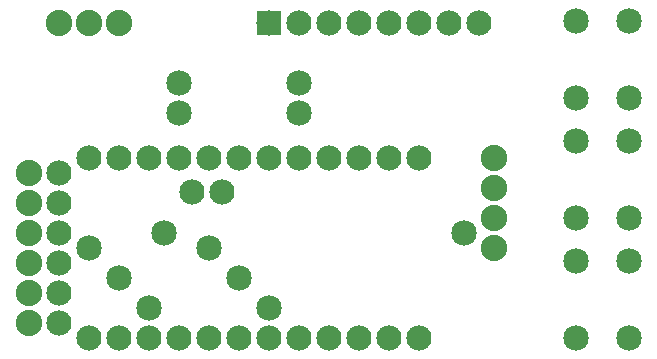
<source format=gts>
G04 MADE WITH FRITZING*
G04 WWW.FRITZING.ORG*
G04 DOUBLE SIDED*
G04 HOLES PLATED*
G04 CONTOUR ON CENTER OF CONTOUR VECTOR*
%ASAXBY*%
%FSLAX23Y23*%
%MOIN*%
%OFA0B0*%
%SFA1.0B1.0*%
%ADD10C,0.084000*%
%ADD11C,0.085000*%
%ADD12C,0.088000*%
%ADD13R,0.084000X0.084000*%
%LNMASK1*%
G90*
G70*
G54D10*
X180Y655D03*
X180Y555D03*
X180Y455D03*
X180Y355D03*
X180Y255D03*
X180Y155D03*
X280Y705D03*
X380Y705D03*
X480Y705D03*
X580Y705D03*
X680Y705D03*
X625Y590D03*
X725Y590D03*
X780Y705D03*
X880Y705D03*
X980Y705D03*
X1080Y705D03*
X1180Y705D03*
X1280Y705D03*
X1380Y705D03*
X1380Y105D03*
X1280Y105D03*
X1180Y105D03*
X1080Y105D03*
X980Y105D03*
X880Y105D03*
X780Y105D03*
X680Y105D03*
X580Y105D03*
X480Y105D03*
X380Y105D03*
X280Y105D03*
G54D11*
X980Y855D03*
X580Y855D03*
X2080Y361D03*
X2080Y105D03*
X1903Y361D03*
X1903Y105D03*
X2080Y761D03*
X2080Y505D03*
X1903Y761D03*
X1903Y505D03*
X2080Y1161D03*
X2080Y905D03*
X1903Y1161D03*
X1903Y905D03*
G54D12*
X180Y1155D03*
X280Y1155D03*
X380Y1155D03*
X1630Y705D03*
X1630Y605D03*
X1630Y505D03*
X1630Y405D03*
G54D11*
X980Y955D03*
X580Y955D03*
X680Y405D03*
X280Y405D03*
X780Y305D03*
X380Y305D03*
X880Y205D03*
X480Y205D03*
G54D10*
X880Y1155D03*
X980Y1155D03*
X1080Y1155D03*
X1180Y1155D03*
X1280Y1155D03*
X1380Y1155D03*
X1480Y1155D03*
X1580Y1155D03*
X880Y1155D03*
X980Y1155D03*
X1080Y1155D03*
X1180Y1155D03*
X1280Y1155D03*
X1380Y1155D03*
X1480Y1155D03*
X1580Y1155D03*
G54D11*
X530Y455D03*
X1530Y455D03*
G54D12*
X80Y655D03*
X80Y555D03*
X80Y455D03*
X80Y355D03*
X80Y255D03*
X80Y155D03*
X80Y655D03*
X80Y555D03*
X80Y455D03*
X80Y355D03*
X80Y255D03*
X80Y155D03*
G54D13*
X880Y1155D03*
X880Y1155D03*
G04 End of Mask1*
M02*
</source>
